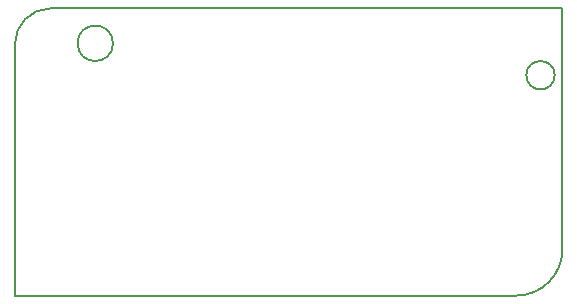
<source format=gm1>
%TF.GenerationSoftware,KiCad,Pcbnew,8.0.6*%
%TF.CreationDate,2024-12-14T14:55:46+02:00*%
%TF.ProjectId,Breadboard_Power_Supply,42726561-6462-46f6-9172-645f506f7765,rev?*%
%TF.SameCoordinates,Original*%
%TF.FileFunction,Profile,NP*%
%FSLAX46Y46*%
G04 Gerber Fmt 4.6, Leading zero omitted, Abs format (unit mm)*
G04 Created by KiCad (PCBNEW 8.0.6) date 2024-12-14 14:55:46*
%MOMM*%
%LPD*%
G01*
G04 APERTURE LIST*
%TA.AperFunction,Profile*%
%ADD10C,0.200000*%
%TD*%
G04 APERTURE END LIST*
D10*
X35500000Y-60708385D02*
X35500000Y-58850000D01*
X81200000Y-42050000D02*
G75*
G02*
X78800000Y-42050000I-1200000J0D01*
G01*
X78800000Y-42050000D02*
G75*
G02*
X81200000Y-42050000I1200000J0D01*
G01*
X35500000Y-39400000D02*
G75*
G02*
X38500000Y-36400000I3000000J0D01*
G01*
X43800000Y-39350000D02*
G75*
G02*
X40800000Y-39350000I-1500000J0D01*
G01*
X40800000Y-39350000D02*
G75*
G02*
X43800000Y-39350000I1500000J0D01*
G01*
X81850000Y-37400000D02*
X81850000Y-36400000D01*
X81850000Y-56800000D02*
G75*
G02*
X77941615Y-60708400I-3908400J0D01*
G01*
X35500000Y-39400000D02*
X35500000Y-39750000D01*
X81850000Y-56800000D02*
X81850000Y-37400000D01*
X38500000Y-36400000D02*
X38850000Y-36400000D01*
X35500001Y-58850000D02*
X35500001Y-39750000D01*
X38850000Y-36400000D02*
X81850000Y-36400000D01*
X77941615Y-60708385D02*
X35500000Y-60708385D01*
M02*

</source>
